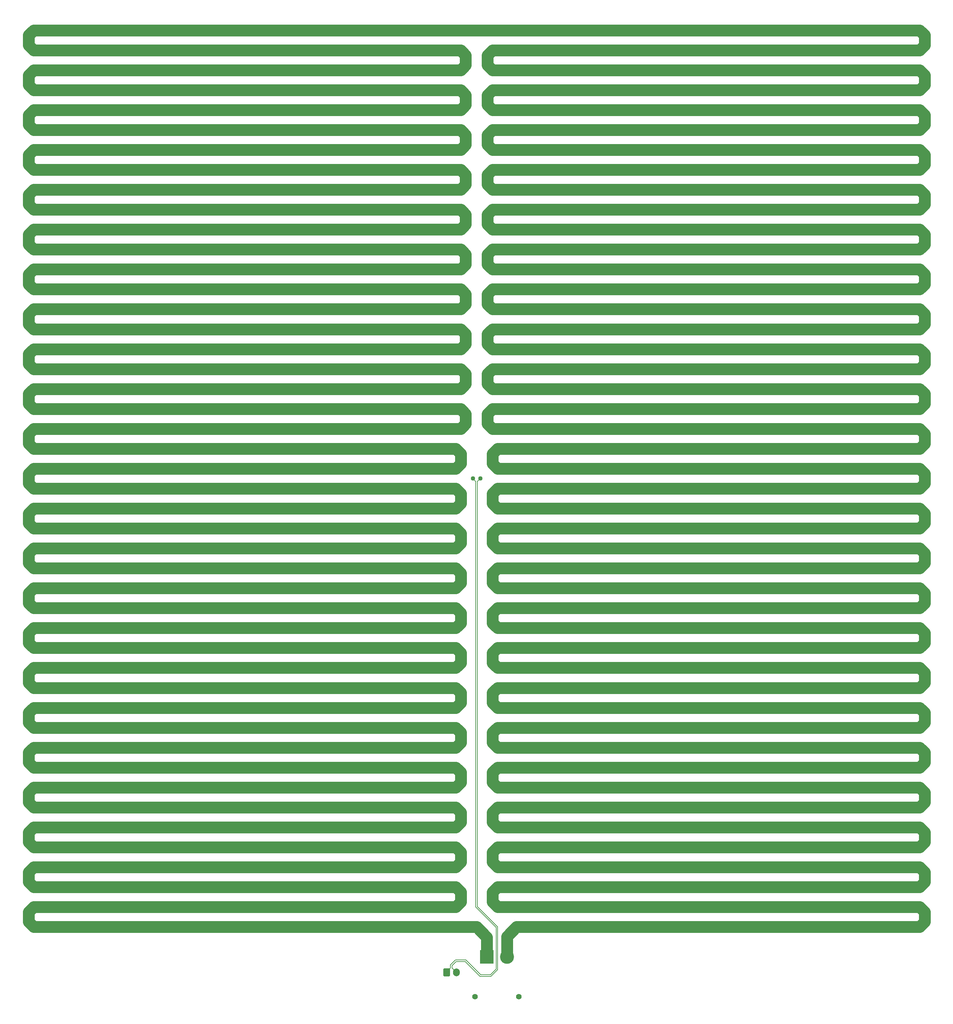
<source format=gtl>
G04 #@! TF.GenerationSoftware,KiCad,Pcbnew,5.99.0-unknown-5975524826~131~ubuntu21.04.1*
G04 #@! TF.CreationDate,2021-09-24T15:40:39+02:00*
G04 #@! TF.ProjectId,e3pb,65337062-2e6b-4696-9361-645f70636258,rev?*
G04 #@! TF.SameCoordinates,Original*
G04 #@! TF.FileFunction,Copper,L1,Top*
G04 #@! TF.FilePolarity,Positive*
%FSLAX46Y46*%
G04 Gerber Fmt 4.6, Leading zero omitted, Abs format (unit mm)*
G04 Created by KiCad (PCBNEW 5.99.0-unknown-5975524826~131~ubuntu21.04.1) date 2021-09-24 15:40:39*
%MOMM*%
%LPD*%
G01*
G04 APERTURE LIST*
G04 Aperture macros list*
%AMRoundRect*
0 Rectangle with rounded corners*
0 $1 Rounding radius*
0 $2 $3 $4 $5 $6 $7 $8 $9 X,Y pos of 4 corners*
0 Add a 4 corners polygon primitive as box body*
4,1,4,$2,$3,$4,$5,$6,$7,$8,$9,$2,$3,0*
0 Add four circle primitives for the rounded corners*
1,1,$1+$1,$2,$3*
1,1,$1+$1,$4,$5*
1,1,$1+$1,$6,$7*
1,1,$1+$1,$8,$9*
0 Add four rect primitives between the rounded corners*
20,1,$1+$1,$2,$3,$4,$5,0*
20,1,$1+$1,$4,$5,$6,$7,0*
20,1,$1+$1,$6,$7,$8,$9,0*
20,1,$1+$1,$8,$9,$2,$3,0*%
G04 Aperture macros list end*
G04 #@! TA.AperFunction,ComponentPad*
%ADD10RoundRect,0.250000X-0.600000X-0.750000X0.600000X-0.750000X0.600000X0.750000X-0.600000X0.750000X0*%
G04 #@! TD*
G04 #@! TA.AperFunction,ComponentPad*
%ADD11O,1.700000X2.000000*%
G04 #@! TD*
G04 #@! TA.AperFunction,SMDPad,CuDef*
%ADD12RoundRect,0.237500X0.250000X0.237500X-0.250000X0.237500X-0.250000X-0.237500X0.250000X-0.237500X0*%
G04 #@! TD*
G04 #@! TA.AperFunction,ComponentPad*
%ADD13C,1.400000*%
G04 #@! TD*
G04 #@! TA.AperFunction,ComponentPad*
%ADD14R,3.500000X3.500000*%
G04 #@! TD*
G04 #@! TA.AperFunction,ComponentPad*
%ADD15C,3.500000*%
G04 #@! TD*
G04 #@! TA.AperFunction,Conductor*
%ADD16C,0.200000*%
G04 #@! TD*
G04 #@! TA.AperFunction,Conductor*
%ADD17C,3.000000*%
G04 #@! TD*
G04 APERTURE END LIST*
D10*
X-7550000Y-123950000D03*
D11*
X-5050000Y-123950000D03*
D12*
X912500Y0D03*
X-912500Y0D03*
D13*
X10600000Y-130050000D03*
X-400000Y-130050000D03*
D14*
X2600000Y-120050000D03*
D15*
X7600000Y-120050000D03*
D16*
X-912500Y0D02*
X-200000Y-712500D01*
X-200000Y-712500D02*
X-199999Y-107529289D01*
X4900000Y-112629288D02*
X4900000Y-123050000D01*
X-199999Y-107529289D02*
X4900000Y-112629288D01*
X1000000Y-124500000D02*
X-2700000Y-120800000D01*
X-2700000Y-120800000D02*
X-5332844Y-120800000D01*
X-5332844Y-120800000D02*
X-6549520Y-122016676D01*
X4900000Y-123050000D02*
X3450000Y-124500000D01*
X3450000Y-124500000D02*
X1000000Y-124500000D01*
X-6549520Y-122016676D02*
X-6549520Y-122799520D01*
X-6549520Y-122799520D02*
X-7550000Y-123800000D01*
X-7550000Y-123800000D02*
X-7550000Y-123950000D01*
X-5050000Y-123950000D02*
X-6150000Y-122850000D01*
X-6150000Y-122850000D02*
X-6150000Y-122182162D01*
X-6150000Y-122182162D02*
X-5167358Y-121199520D01*
X-5167358Y-121199520D02*
X-2865486Y-121199520D01*
X-2865486Y-121199520D02*
X834514Y-124899520D01*
X834514Y-124899520D02*
X3615486Y-124899520D01*
X3615486Y-124899520D02*
X5299520Y-123215486D01*
X5299520Y-123215486D02*
X5299520Y-112463802D01*
X5299520Y-112463802D02*
X199520Y-107363802D01*
X199520Y-712980D02*
X912500Y0D01*
X200000Y-107363802D02*
X199520Y-712980D01*
D17*
X7600000Y-114900000D02*
X7600000Y-120050000D01*
X2600000Y-115100000D02*
X2600000Y-120050000D01*
X-2750000Y26250000D02*
X-2750000Y23750000D01*
X-4000000Y27500000D02*
X-2750000Y26250000D01*
X-2750000Y23750000D02*
X-4000000Y22500000D01*
X-4000000Y22500000D02*
X-111250000Y22500000D01*
X-111250000Y27500000D02*
X-4000000Y27500000D01*
X-112500000Y28750000D02*
X-111250000Y27500000D01*
X-2750000Y33750000D02*
X-4000000Y32500000D01*
X-2750000Y36250000D02*
X-2750000Y33750000D01*
X5250000Y-37500000D02*
X4000000Y-36250000D01*
X-4000000Y37500000D02*
X-2750000Y36250000D01*
X-112500000Y38750000D02*
X-111250000Y37500000D01*
X-111250000Y37500000D02*
X-4000000Y37500000D01*
X-112500000Y41250000D02*
X-112500000Y38750000D01*
X111250000Y-37500000D02*
X5250000Y-37500000D01*
X-111250000Y42500000D02*
X-112500000Y41250000D01*
X112500000Y-38750000D02*
X111250000Y-37500000D01*
X-4000000Y42500000D02*
X-111250000Y42500000D01*
X111250000Y-102499999D02*
X112500000Y-101249999D01*
X5250000Y-102500000D02*
X111250000Y-102499999D01*
X112500000Y-41249999D02*
X112500000Y-38750000D01*
X-111250000Y47500000D02*
X-4000000Y47500000D01*
X111250000Y-42499999D02*
X112500000Y-41249999D01*
X-4000000Y47500000D02*
X-2750000Y46250000D01*
X-112500000Y-71249999D02*
X-111250000Y-72499999D01*
X-112500000Y48750000D02*
X-111250000Y47500000D01*
X5250000Y-42500000D02*
X111250000Y-42499999D01*
X-2750000Y46250000D02*
X-2750000Y43750000D01*
X-112500000Y51250000D02*
X-112500000Y48750000D01*
X-111250000Y52500000D02*
X-112500000Y51250000D01*
X111250000Y-47500000D02*
X5250000Y-47500000D01*
X5250000Y-47500000D02*
X4000000Y-46250000D01*
X4000000Y-46250000D02*
X4000000Y-43750000D01*
X112500000Y-98750000D02*
X111250000Y-97500000D01*
X4000000Y-43750000D02*
X5250000Y-42500000D01*
X-4000000Y52500000D02*
X-111250000Y52500000D01*
X-2750000Y53750000D02*
X-4000000Y52500000D01*
X-2750000Y56250000D02*
X-2750000Y53750000D01*
X-4000000Y57500000D02*
X-2750000Y56250000D01*
X-112500000Y58750000D02*
X-111250000Y57500000D01*
X-112500000Y61250000D02*
X-112500000Y58750000D01*
X-111250000Y57500000D02*
X-4000000Y57500000D01*
X-4000000Y62500000D02*
X-111250000Y62500000D01*
X-2750000Y63750000D02*
X-4000000Y62500000D01*
X-2750000Y66250000D02*
X-2750000Y63750000D01*
X-4000000Y67500000D02*
X-2750000Y66250000D01*
X-111250000Y67500000D02*
X-4000000Y67500000D01*
X-112500000Y68750000D02*
X-111250000Y67500000D01*
X-111250000Y72500000D02*
X-112500000Y71250000D01*
X-112500000Y71250000D02*
X-112500000Y68750000D01*
X-2750000Y73750000D02*
X-4000000Y72500000D01*
X5250000Y-52500000D02*
X111250000Y-52499999D01*
X-2750000Y76250000D02*
X-2750000Y73750000D01*
X-112500000Y-68750000D02*
X-112500000Y-71249999D01*
X-4000000Y77500000D02*
X-2750000Y76250000D01*
X-112500000Y81250000D02*
X-112500000Y78750000D01*
X4000000Y-53750000D02*
X5250000Y-52500000D01*
X4000000Y-56250000D02*
X4000000Y-53750000D01*
X-112500000Y78750000D02*
X-111250000Y77500000D01*
X-111250000Y77500000D02*
X-4000000Y77500000D01*
X-111250000Y87500000D02*
X-4000000Y87500000D01*
X-112500000Y88750000D02*
X-111250000Y87500000D01*
X5250000Y-27500000D02*
X4000000Y-26250000D01*
X4000000Y-26250000D02*
X4000000Y-23750000D01*
X-2750000Y43750000D02*
X-4000000Y42500000D01*
X112500000Y-101249999D02*
X112500000Y-98750000D01*
X-112500000Y91250000D02*
X-112500000Y88750000D01*
X-112500000Y31250000D02*
X-112500000Y28750000D01*
X-2750000Y93750000D02*
X-4000000Y92500000D01*
X-111250000Y32500000D02*
X-112500000Y31250000D01*
X-111250000Y92500000D02*
X-112500000Y91250000D01*
X-2750000Y96250000D02*
X-2750000Y93750000D01*
X-4000000Y-66250000D02*
X-5250000Y-67500000D01*
X-111250000Y62500000D02*
X-112500000Y61250000D01*
X-4000000Y97500000D02*
X-2750000Y96250000D01*
X-4000000Y72500000D02*
X-111250000Y72500000D01*
X112500000Y-48750000D02*
X111250000Y-47500000D01*
X112500000Y-51249999D02*
X112500000Y-48750000D01*
X111250000Y-52499999D02*
X112500000Y-51249999D01*
X-4000000Y102500000D02*
X-111250000Y102500000D01*
X4000000Y3750000D02*
X4000000Y6250000D01*
X-112500000Y21250000D02*
X-112500000Y18750000D01*
X112500000Y-28750000D02*
X111250000Y-27500000D01*
X-4000000Y107500000D02*
X-2750000Y106250000D01*
X-111250000Y97500000D02*
X-4000000Y97500000D01*
X-111250000Y107500000D02*
X-4000000Y107500000D01*
X-4000000Y-96250000D02*
X-5250000Y-97500000D01*
X-112500000Y108750000D02*
X-111250000Y107500000D01*
X-4000000Y-93750000D02*
X-4000000Y-96250000D01*
X-112500000Y111250000D02*
X-112500000Y108750000D01*
X-5250000Y-92500000D02*
X-4000000Y-93750000D01*
X-2750000Y83750000D02*
X-4000000Y82500000D01*
X111250000Y112500000D02*
X-111250000Y112500000D01*
X-111250000Y-92499999D02*
X-5250000Y-92500000D01*
X111250000Y107500000D02*
X112500000Y108750000D01*
X4000000Y107500000D02*
X111250000Y107500000D01*
X2750000Y103750000D02*
X2750000Y106250000D01*
X111250000Y102500000D02*
X4000000Y102500000D01*
X112500000Y98750000D02*
X112500000Y101250000D01*
X112500000Y101250000D02*
X111250000Y102500000D01*
X111250000Y97500000D02*
X112500000Y98750000D01*
X4000000Y97500000D02*
X111250000Y97500000D01*
X2750000Y96250000D02*
X4000000Y97500000D01*
X2750000Y93750000D02*
X2750000Y96250000D01*
X4000000Y92500000D02*
X2750000Y93750000D01*
X111250000Y92500000D02*
X4000000Y92500000D01*
X-5250000Y-17500000D02*
X-111250000Y-17500000D01*
X-111250000Y-67500000D02*
X-112500000Y-68750000D01*
X112500000Y91250000D02*
X111250000Y92500000D01*
X-4000000Y92500000D02*
X-111250000Y92500000D01*
X4000000Y87500000D02*
X111250000Y87500000D01*
X-5250000Y-67500000D02*
X-111250000Y-67500000D01*
X2750000Y86250000D02*
X4000000Y87500000D01*
X-4000000Y-13750000D02*
X-4000000Y-16250000D01*
X2750000Y83750000D02*
X2750000Y86250000D01*
X-5250000Y-12500000D02*
X-4000000Y-13750000D01*
X4000000Y82500000D02*
X2750000Y83750000D01*
X-111250000Y-12499999D02*
X-5250000Y-12500000D01*
X111250000Y82500000D02*
X4000000Y82500000D01*
X112500000Y81250000D02*
X111250000Y82500000D01*
X112500000Y-108750000D02*
X111250000Y-107500000D01*
X112500000Y78750000D02*
X112500000Y81250000D01*
X111250000Y77500000D02*
X112500000Y78750000D01*
X4000000Y77500000D02*
X111250000Y77500000D01*
X2750000Y76250000D02*
X4000000Y77500000D01*
X2750000Y73750000D02*
X2750000Y76250000D01*
X4000000Y72500000D02*
X2750000Y73750000D01*
X-111250000Y-7500000D02*
X-112500000Y-8750000D01*
X111250000Y72500000D02*
X4000000Y72500000D01*
X2750000Y66250000D02*
X4000000Y67500000D01*
X2750000Y63750000D02*
X2750000Y66250000D01*
X111250000Y62500000D02*
X4000000Y62500000D01*
X4000000Y62500000D02*
X2750000Y63750000D01*
X4000000Y102500000D02*
X2750000Y103750000D01*
X112500000Y61250000D02*
X111250000Y62500000D01*
X-4000000Y-6250000D02*
X-5250000Y-7500000D01*
X111250000Y57500000D02*
X112500000Y58750000D01*
X4000000Y57500000D02*
X111250000Y57500000D01*
X111250000Y-67500000D02*
X5250000Y-67500000D01*
X2750000Y56250000D02*
X4000000Y57500000D01*
X2750000Y53750000D02*
X2750000Y56250000D01*
X5250000Y-77500000D02*
X4000000Y-76250000D01*
X111250000Y87500000D02*
X112500000Y88750000D01*
X112500000Y51250000D02*
X111250000Y52500000D01*
X112500000Y48750000D02*
X112500000Y51250000D01*
X2750000Y46250000D02*
X4000000Y47500000D01*
X4000000Y47500000D02*
X111250000Y47500000D01*
X-111250000Y112500000D02*
X-112500000Y111250000D01*
X4000000Y42500000D02*
X2750000Y43750000D01*
X111250000Y42500000D02*
X4000000Y42500000D01*
X-5250000Y-82500000D02*
X-4000000Y-83750000D01*
X111250000Y-7500000D02*
X5250000Y-7500000D01*
X-4000000Y17500000D02*
X-2750000Y16250000D01*
X112500000Y18750000D02*
X112500000Y21250000D01*
X112500000Y21250000D02*
X111250000Y22500000D01*
X7600000Y-114900000D02*
X10000001Y-112499999D01*
X112500000Y-1249999D02*
X112500000Y1250000D01*
X111250000Y-2499999D02*
X112500000Y-1249999D01*
X112500000Y1250000D02*
X111250000Y2500000D01*
X-2750000Y86250000D02*
X-2750000Y83750000D01*
X5250000Y-72500000D02*
X111250000Y-72499999D01*
X-4000000Y87500000D02*
X-2750000Y86250000D01*
X112500000Y-58750000D02*
X111250000Y-57500000D01*
X4000000Y12500000D02*
X2750000Y13750000D01*
X112500000Y-61249999D02*
X112500000Y-58750000D01*
X-111250000Y-87500000D02*
X-112500000Y-88750000D01*
X-2750000Y106250000D02*
X-2750000Y103750000D01*
X5250001Y-62499999D02*
X111250000Y-62499999D01*
X4000000Y-63750000D02*
X5250001Y-62499999D01*
X111250000Y-112499999D02*
X112500000Y-111249999D01*
X5250000Y-57500000D02*
X4000000Y-56250000D01*
X4000000Y-66250000D02*
X4000000Y-63750000D01*
X-111250000Y-97500000D02*
X-112500000Y-98750000D01*
X4000000Y-86250000D02*
X4000000Y-83750000D01*
X112500000Y-68750000D02*
X111250000Y-67500000D01*
X111250000Y-72499999D02*
X112500000Y-71249999D01*
X112500000Y71250000D02*
X111250000Y72500000D01*
X112500000Y68750000D02*
X112500000Y71250000D01*
X-5250000Y-87500000D02*
X-111250000Y-87500000D01*
X111250000Y7500000D02*
X112500000Y8750000D01*
X5250000Y7500000D02*
X111250000Y7500000D01*
X4000000Y-73750000D02*
X5250000Y-72500000D01*
X111250000Y-97500000D02*
X5250000Y-97500000D01*
X4000000Y-76250000D02*
X4000000Y-73750000D01*
X-111250000Y82500000D02*
X-112500000Y81250000D01*
X-112500000Y-51249999D02*
X-111250000Y-52499999D01*
X-4000000Y82500000D02*
X-111250000Y82500000D01*
X4000000Y-106250000D02*
X4000000Y-103750000D01*
X111250000Y27500000D02*
X112500000Y28750000D01*
X112500000Y111250000D02*
X111250000Y112500000D01*
X111250000Y-62499999D02*
X112500000Y-61249999D01*
X112500000Y108750000D02*
X112500000Y111250000D01*
X4000000Y37500000D02*
X111250000Y37500000D01*
X4000000Y67500000D02*
X111250000Y67500000D01*
X-5250000Y-7500000D02*
X-111250000Y-7500000D01*
X111250000Y-82499999D02*
X112500000Y-81249999D01*
X112500000Y-81249999D02*
X112500000Y-78750000D01*
X-111250000Y102500000D02*
X-112500000Y101250000D01*
X5250000Y-92500000D02*
X111250000Y-92499999D01*
X112500000Y58750000D02*
X112500000Y61250000D01*
X112500000Y-71249999D02*
X112500000Y-68750000D01*
X111250000Y-77500000D02*
X5250000Y-77500000D01*
X5250000Y-87500000D02*
X4000000Y-86250000D01*
X111250000Y-57500000D02*
X5250000Y-57500000D01*
X-112500000Y-8750000D02*
X-112500000Y-11249999D01*
X111250000Y-107500000D02*
X5250000Y-107500000D01*
X2750000Y36250000D02*
X4000000Y37500000D01*
X2750000Y106250000D02*
X4000000Y107500000D01*
X112500000Y-111249999D02*
X112500000Y-108750000D01*
X112500000Y-91249999D02*
X112500000Y-88750000D01*
X112500000Y-88750000D02*
X111250000Y-87500000D01*
X111250000Y67500000D02*
X112500000Y68750000D01*
X-4000000Y32500000D02*
X-111250000Y32500000D01*
X4000000Y-36250000D02*
X4000000Y-33750000D01*
X112500000Y88750000D02*
X112500000Y91250000D01*
X111250000Y-92499999D02*
X112500000Y-91249999D01*
X4000000Y27500000D02*
X111250000Y27500000D01*
X2750000Y26250000D02*
X4000000Y27500000D01*
X4000000Y52500000D02*
X2750000Y53750000D01*
X10000001Y-112499999D02*
X111250000Y-112499999D01*
X-1Y-112499999D02*
X2600000Y-115100000D01*
X4000000Y-96250000D02*
X4000000Y-93750000D01*
X112500000Y41250000D02*
X111250000Y42500000D01*
X-111250000Y-82499999D02*
X-5250000Y-82500000D01*
X111250000Y37500000D02*
X112500000Y38750000D01*
X112500000Y38750000D02*
X112500000Y41250000D01*
X-2750000Y103750000D02*
X-4000000Y102500000D01*
X111250000Y2500000D02*
X5250000Y2500000D01*
X5250000Y-107500000D02*
X4000000Y-106250000D01*
X4000000Y6250000D02*
X5250000Y7500000D01*
X-2750000Y13750000D02*
X-4000000Y12500000D01*
X111250000Y-87500000D02*
X5250000Y-87500000D01*
X2750000Y43750000D02*
X2750000Y46250000D01*
X111250000Y52500000D02*
X4000000Y52500000D01*
X-4000000Y-3750000D02*
X-4000000Y-6250000D01*
X4000000Y-83750000D02*
X5250000Y-82500000D01*
X112500000Y8750000D02*
X112500000Y11250000D01*
X5250000Y-67500000D02*
X4000000Y-66250000D01*
X2750000Y23750000D02*
X2750000Y26250000D01*
X4000000Y22500000D02*
X2750000Y23750000D01*
X112500000Y-78750000D02*
X111250000Y-77500000D01*
X111250000Y47500000D02*
X112500000Y48750000D01*
X-5250000Y-2500000D02*
X-4000000Y-3750000D01*
X5250000Y-82500000D02*
X111250000Y-82499999D01*
X4000000Y-33750000D02*
X5250000Y-32500000D01*
X5250000Y-32500000D02*
X111250000Y-32499999D01*
X-111250000Y22500000D02*
X-112500000Y21250000D01*
X-112500000Y98750000D02*
X-111250000Y97500000D01*
X-112500000Y-38750000D02*
X-112500000Y-41249999D01*
X112500000Y-31249999D02*
X112500000Y-28750000D01*
X111250000Y-32499999D02*
X112500000Y-31249999D01*
X111250000Y-27500000D02*
X5250000Y-27500000D01*
X4000000Y-103750000D02*
X5250000Y-102500000D01*
X-111250000Y7500000D02*
X-5250000Y7500000D01*
X111250000Y17500000D02*
X112500000Y18750000D01*
X4000000Y17500000D02*
X111250000Y17500000D01*
X112500000Y-18750000D02*
X111250000Y-17500000D01*
X4000000Y-23750000D02*
X5250000Y-22500000D01*
X111250000Y32500000D02*
X4000000Y32500000D01*
X-112500000Y-81249999D02*
X-111250000Y-82499999D01*
X111250000Y-22499999D02*
X112500000Y-21249999D01*
X5250000Y-22500000D02*
X111250000Y-22499999D01*
X112500000Y-21249999D02*
X112500000Y-18750000D01*
X-112500000Y101250000D02*
X-112500000Y98750000D01*
X111250000Y-17500000D02*
X5250000Y-17500000D01*
X-111250000Y-72499999D02*
X-5250000Y-72500000D01*
X-5250000Y-72500000D02*
X-4000000Y-73750000D01*
X5250000Y-17500000D02*
X4000000Y-16250000D01*
X4000000Y-16250000D02*
X4000000Y-13750000D01*
X112500000Y-11249999D02*
X112500000Y-8750000D01*
X111250000Y-12499999D02*
X112500000Y-11249999D01*
X5250000Y-12500000D02*
X111250000Y-12499999D01*
X4000000Y-13750000D02*
X5250000Y-12500000D01*
X112500000Y-8750000D02*
X111250000Y-7500000D01*
X5250000Y-7500000D02*
X4000000Y-6250000D01*
X4000000Y-6250000D02*
X4000000Y-3750000D01*
X4000000Y-3750000D02*
X5250000Y-2500000D01*
X5250000Y-2500000D02*
X111250000Y-2499999D01*
X-4000000Y-76250000D02*
X-5250000Y-77500000D01*
X5250000Y2500000D02*
X4000000Y3750000D01*
X112500000Y11250000D02*
X111250000Y12500000D01*
X111250000Y12500000D02*
X4000000Y12500000D01*
X-111250000Y12500000D02*
X-112500000Y11250000D01*
X2750000Y13750000D02*
X2750000Y16250000D01*
X2750000Y16250000D02*
X4000000Y17500000D01*
X-5250000Y-77500000D02*
X-111250000Y-77500000D01*
X111250000Y22500000D02*
X4000000Y22500000D01*
X2750000Y33750000D02*
X2750000Y36250000D01*
X4000000Y32500000D02*
X2750000Y33750000D01*
X112500000Y31250000D02*
X111250000Y32500000D01*
X5250000Y-97500000D02*
X4000000Y-96250000D01*
X112500000Y28750000D02*
X112500000Y31250000D01*
X4000000Y-93750000D02*
X5250000Y-92500000D01*
X-112500000Y18750000D02*
X-111250000Y17500000D01*
X-111250000Y17500000D02*
X-4000000Y17500000D01*
X-2750000Y16250000D02*
X-2750000Y13750000D01*
X-4000000Y-73750000D02*
X-4000000Y-76250000D01*
X-4000000Y12500000D02*
X-111250000Y12500000D01*
X-112500000Y11250000D02*
X-112500000Y8750000D01*
X-112500000Y8750000D02*
X-111250000Y7500000D01*
X-111250000Y-77500000D02*
X-112500000Y-78750000D01*
X-5250000Y7500000D02*
X-4000000Y6250000D01*
X-4000000Y6250000D02*
X-4000000Y3750000D01*
X-4000000Y3750000D02*
X-5250000Y2500000D01*
X-112500000Y-78750000D02*
X-112500000Y-81249999D01*
X-5250000Y2500000D02*
X-111250000Y2500000D01*
X-111250000Y2500000D02*
X-112500000Y1250000D01*
X-112500000Y1250000D02*
X-112500000Y-1249999D01*
X-112500000Y-1249999D02*
X-111250000Y-2499999D01*
X-111250000Y-2499999D02*
X-5250000Y-2500000D01*
X-112500000Y-11249999D02*
X-111250000Y-12499999D01*
X-4000000Y-16250000D02*
X-5250000Y-17500000D01*
X-112500000Y-91249999D02*
X-111250000Y-92499999D01*
X-111250000Y-17500000D02*
X-112500000Y-18750000D01*
X-112500000Y-18750000D02*
X-112500000Y-21249999D01*
X-112500000Y-21249999D02*
X-111250000Y-22499999D01*
X-111250000Y-22499999D02*
X-5250000Y-22500000D01*
X-5250000Y-22500000D02*
X-4000000Y-23750000D01*
X-5250000Y-97500000D02*
X-111250000Y-97500000D01*
X-4000000Y-23750000D02*
X-4000000Y-26250000D01*
X-4000000Y-26250000D02*
X-5250000Y-27500000D01*
X-5250000Y-27500000D02*
X-111250000Y-27500000D01*
X-111250000Y-27500000D02*
X-112500000Y-28750000D01*
X-112500000Y-28750000D02*
X-112500000Y-31249999D01*
X-112500000Y-31249999D02*
X-111250000Y-32499999D01*
X-111250000Y-32499999D02*
X-5250000Y-32500000D01*
X-5250000Y-32500000D02*
X-4000000Y-33750000D01*
X-112500000Y-98750000D02*
X-112500000Y-101249999D01*
X-4000000Y-33750000D02*
X-4000000Y-36250000D01*
X-4000000Y-36250000D02*
X-5250000Y-37500000D01*
X-5250000Y-37500000D02*
X-111250000Y-37500000D01*
X-111250000Y-37500000D02*
X-112500000Y-38750000D01*
X-112500000Y-41249999D02*
X-111250000Y-42499999D01*
X-111250000Y-42499999D02*
X-5250000Y-42500000D01*
X-5250000Y-42500000D02*
X-4000000Y-43750000D01*
X-4000000Y-43750000D02*
X-4000000Y-46250000D01*
X-4000000Y-46250000D02*
X-5250000Y-47500000D01*
X-112500000Y-101249999D02*
X-111250000Y-102499999D01*
X-5250000Y-47500000D02*
X-111250000Y-47500000D01*
X-111250000Y-47500000D02*
X-112500000Y-48750000D01*
X-111250000Y-102499999D02*
X-5250000Y-102500000D01*
X-112500000Y-48750000D02*
X-112500000Y-51249999D01*
X-111250000Y-52499999D02*
X-5250000Y-52500000D01*
X-5250000Y-52500000D02*
X-4000000Y-53750000D01*
X-4000000Y-53750000D02*
X-4000000Y-56250000D01*
X-5250000Y-102500000D02*
X-4000000Y-103750000D01*
X-4000000Y-56250000D02*
X-5250000Y-57500000D01*
X-5250000Y-57500000D02*
X-111250000Y-57500000D01*
X-111250000Y-57500000D02*
X-112500000Y-58750000D01*
X-112500000Y-58750000D02*
X-112500000Y-61249999D01*
X-112500000Y-61249999D02*
X-111250000Y-62499999D01*
X-111250000Y-62499999D02*
X-5250001Y-62499999D01*
X-5250001Y-62499999D02*
X-4000000Y-63750000D01*
X-4000000Y-63750000D02*
X-4000000Y-66250000D01*
X-4000000Y-83750000D02*
X-4000000Y-86250000D01*
X-4000000Y-86250000D02*
X-5250000Y-87500000D01*
X-112500000Y-88750000D02*
X-112500000Y-91249999D01*
X-4000000Y-103750000D02*
X-4000000Y-106250000D01*
X-4000000Y-106250000D02*
X-5250000Y-107500000D01*
X-5250000Y-107500000D02*
X-111250000Y-107500000D01*
X-111250000Y-107500000D02*
X-112500000Y-108750000D01*
X-112500000Y-108750000D02*
X-112500000Y-111249999D01*
X-112500000Y-111249999D02*
X-111250000Y-112499999D01*
X-111250000Y-112499999D02*
X-1Y-112499999D01*
M02*

</source>
